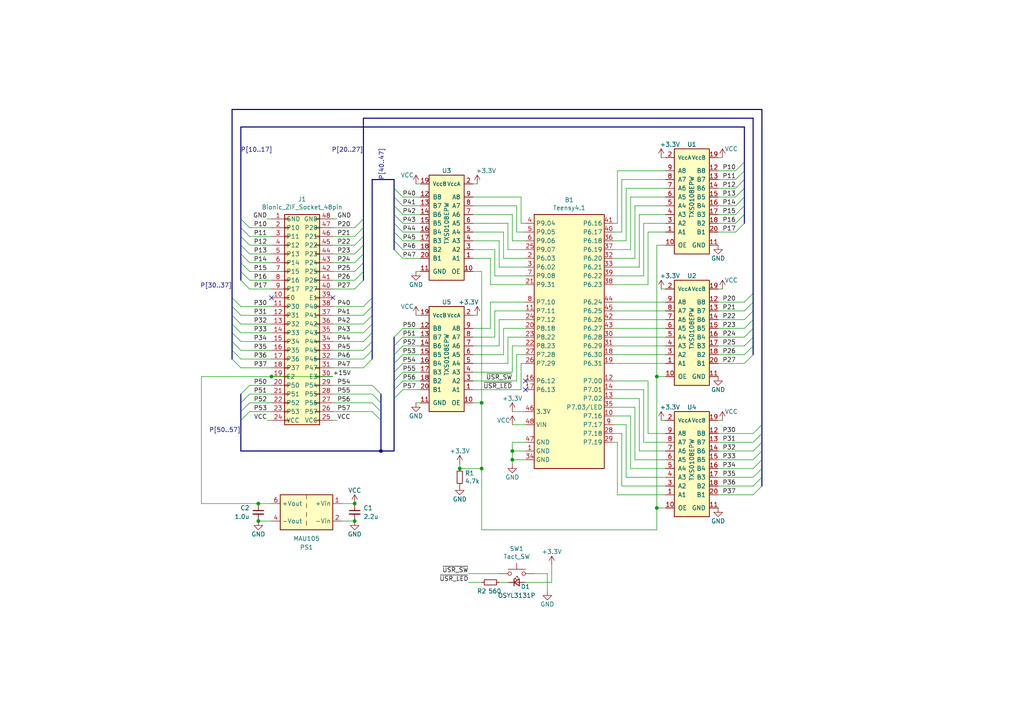
<source format=kicad_sch>
(kicad_sch (version 20230121) (generator eeschema)
  (paper "A4")
  (title_block (title "BionicBase Teensy 4.1") (date "2023-11-26") (rev "5") (company "Tadashi G. Takaoka"))
  (lib_symbols
    (symbol "+3.3V_1" (power) (pin_names (offset 0))
      (property "Value" "+3.3V_1" (at 0 3.556 0))
      (symbol "+3.3V_1_0_1"
        (polyline (pts (xy -0.762 1.27) (xy 0 2.54)))
        (polyline (pts (xy 0 0) (xy 0 2.54)))
        (polyline (pts (xy 0 2.54) (xy 0.762 1.27)))
      )
      (symbol "+3.3V_1_1_1"
        (pin power_in line (at 0 0 90) (length 0) hide (name "+3.3V") (number "1"))
      )
    )
    (symbol "0-LocalLibrary:Bionic_ZIF_Socket_48pin"
      (property "Reference" "J" (at 3.81 30.48 0))
      (property "Value" "Bionic_ZIF_Socket_48pin" (at 3.81 -33.02 0))
      (symbol "Bionic_ZIF_Socket_48pin_1_1"
        (rectangle (start -1.27 -30.353) (end 0 -30.607) (stroke (width 0.1524)))
        (rectangle (start -1.27 -27.813) (end 0 -28.067) (stroke (width 0.1524)))
        (rectangle (start -1.27 -25.273) (end 0 -25.527) (stroke (width 0.1524)))
        (rectangle (start -1.27 -22.733) (end 0 -22.987) (stroke (width 0.1524)))
        (rectangle (start -1.27 -20.193) (end 0 -20.447) (stroke (width 0.1524)))
        (rectangle (start -1.27 -17.653) (end 0 -17.907) (stroke (width 0.1524)))
        (rectangle (start -1.27 -15.113) (end 0 -15.367) (stroke (width 0.1524)))
        (rectangle (start -1.27 -12.573) (end 0 -12.827) (stroke (width 0.1524)))
        (rectangle (start -1.27 -10.033) (end 0 -10.287) (stroke (width 0.1524)))
        (rectangle (start -1.27 -7.493) (end 0 -7.747) (stroke (width 0.1524)))
        (rectangle (start -1.27 -4.953) (end 0 -5.207) (stroke (width 0.1524)))
        (rectangle (start -1.27 -2.413) (end 0 -2.667) (stroke (width 0.1524)))
        (rectangle (start -1.27 0.127) (end 0 -0.127) (stroke (width 0.1524)))
        (rectangle (start -1.27 2.667) (end 0 2.413) (stroke (width 0.1524)))
        (rectangle (start -1.27 5.207) (end 0 4.953) (stroke (width 0.1524)))
        (rectangle (start -1.27 7.747) (end 0 7.493) (stroke (width 0.1524)))
        (rectangle (start -1.27 10.287) (end 0 10.033) (stroke (width 0.1524)))
        (rectangle (start -1.27 12.827) (end 0 12.573) (stroke (width 0.1524)))
        (rectangle (start -1.27 15.367) (end 0 15.113) (stroke (width 0.1524)))
        (rectangle (start -1.27 17.907) (end 0 17.653) (stroke (width 0.1524)))
        (rectangle (start -1.27 20.447) (end 0 20.193) (stroke (width 0.1524)))
        (rectangle (start -1.27 22.987) (end 0 22.733) (stroke (width 0.1524)))
        (rectangle (start -1.27 25.527) (end 0 25.273) (stroke (width 0.1524)))
        (rectangle (start -1.27 28.067) (end 0 27.813) (stroke (width 0.1524)))
        (rectangle (start -1.27 29.21) (end 8.89 -31.75) (stroke (width 0.254)) (fill (type background)))
        (rectangle (start 8.89 -30.353) (end 7.62 -30.607) (stroke (width 0.1524)))
        (rectangle (start 8.89 -27.813) (end 7.62 -28.067) (stroke (width 0.1524)))
        (rectangle (start 8.89 -25.273) (end 7.62 -25.527) (stroke (width 0.1524)))
        (rectangle (start 8.89 -22.733) (end 7.62 -22.987) (stroke (width 0.1524)))
        (rectangle (start 8.89 -20.193) (end 7.62 -20.447) (stroke (width 0.1524)))
        (rectangle (start 8.89 -17.653) (end 7.62 -17.907) (stroke (width 0.1524)))
        (rectangle (start 8.89 -15.113) (end 7.62 -15.367) (stroke (width 0.1524)))
        (rectangle (start 8.89 -12.573) (end 7.62 -12.827) (stroke (width 0.1524)))
        (rectangle (start 8.89 -10.033) (end 7.62 -10.287) (stroke (width 0.1524)))
        (rectangle (start 8.89 -7.493) (end 7.62 -7.747) (stroke (width 0.1524)))
        (rectangle (start 8.89 -4.953) (end 7.62 -5.207) (stroke (width 0.1524)))
        (rectangle (start 8.89 -2.413) (end 7.62 -2.667) (stroke (width 0.1524)))
        (rectangle (start 8.89 0.127) (end 7.62 -0.127) (stroke (width 0.1524)))
        (rectangle (start 8.89 2.667) (end 7.62 2.413) (stroke (width 0.1524)))
        (rectangle (start 8.89 5.207) (end 7.62 4.953) (stroke (width 0.1524)))
        (rectangle (start 8.89 7.747) (end 7.62 7.493) (stroke (width 0.1524)))
        (rectangle (start 8.89 10.287) (end 7.62 10.033) (stroke (width 0.1524)))
        (rectangle (start 8.89 12.827) (end 7.62 12.573) (stroke (width 0.1524)))
        (rectangle (start 8.89 15.367) (end 7.62 15.113) (stroke (width 0.1524)))
        (rectangle (start 8.89 17.907) (end 7.62 17.653) (stroke (width 0.1524)))
        (rectangle (start 8.89 20.447) (end 7.62 20.193) (stroke (width 0.1524)))
        (rectangle (start 8.89 22.987) (end 7.62 22.733) (stroke (width 0.1524)))
        (rectangle (start 8.89 25.527) (end 7.62 25.273) (stroke (width 0.1524)))
        (rectangle (start 8.89 28.067) (end 7.62 27.813) (stroke (width 0.1524)))
        (pin passive line (at -5.08 27.94 0) (length 3.81) (name "GND") (number "1"))
        (pin passive line (at -5.08 5.08 0) (length 3.81) (name "E0") (number "10"))
        (pin passive line (at -5.08 2.54 0) (length 3.81) (name "P30") (number "11"))
        (pin passive line (at -5.08 0 0) (length 3.81) (name "P31") (number "12"))
        (pin passive line (at -5.08 -2.54 0) (length 3.81) (name "P32") (number "13"))
        (pin passive line (at -5.08 -5.08 0) (length 3.81) (name "P33") (number "14"))
        (pin passive line (at -5.08 -7.62 0) (length 3.81) (name "P34") (number "15"))
        (pin passive line (at -5.08 -10.16 0) (length 3.81) (name "P35") (number "16"))
        (pin passive line (at -5.08 -12.7 0) (length 3.81) (name "P36") (number "17"))
        (pin passive line (at -5.08 -15.24 0) (length 3.81) (name "P37") (number "18"))
        (pin passive line (at -5.08 -17.78 0) (length 3.81) (name "E2") (number "19"))
        (pin passive line (at -5.08 25.4 0) (length 3.81) (name "P10") (number "2"))
        (pin passive line (at -5.08 -20.32 0) (length 3.81) (name "P50") (number "20"))
        (pin passive line (at -5.08 -22.86 0) (length 3.81) (name "P51") (number "21"))
        (pin passive line (at -5.08 -25.4 0) (length 3.81) (name "P52") (number "22"))
        (pin passive line (at -5.08 -27.94 0) (length 3.81) (name "P53") (number "23"))
        (pin passive line (at -5.08 -30.48 0) (length 3.81) (name "VCC") (number "24"))
        (pin passive line (at 12.7 -30.48 180) (length 3.81) (name "VCC") (number "25"))
        (pin passive line (at 12.7 -27.94 180) (length 3.81) (name "P57") (number "26"))
        (pin passive line (at 12.7 -25.4 180) (length 3.81) (name "P56") (number "27"))
        (pin passive line (at 12.7 -22.86 180) (length 3.81) (name "P55") (number "28"))
        (pin passive line (at 12.7 -20.32 180) (length 3.81) (name "P54") (number "29"))
        (pin passive line (at -5.08 22.86 0) (length 3.81) (name "P11") (number "3"))
        (pin passive line (at 12.7 -17.78 180) (length 3.81) (name "E3") (number "30"))
        (pin passive line (at 12.7 -15.24 180) (length 3.81) (name "P47") (number "31"))
        (pin passive line (at 12.7 -12.7 180) (length 3.81) (name "P46") (number "32"))
        (pin passive line (at 12.7 -10.16 180) (length 3.81) (name "P45") (number "33"))
        (pin passive line (at 12.7 -7.62 180) (length 3.81) (name "P44") (number "34"))
        (pin passive line (at 12.7 -5.08 180) (length 3.81) (name "P43") (number "35"))
        (pin passive line (at 12.7 -2.54 180) (length 3.81) (name "P42") (number "36"))
        (pin passive line (at 12.7 0 180) (length 3.81) (name "P41") (number "37"))
        (pin passive line (at 12.7 2.54 180) (length 3.81) (name "P40") (number "38"))
        (pin passive line (at 12.7 5.08 180) (length 3.81) (name "E1") (number "39"))
        (pin passive line (at -5.08 20.32 0) (length 3.81) (name "P12") (number "4"))
        (pin passive line (at 12.7 7.62 180) (length 3.81) (name "P27") (number "40"))
        (pin passive line (at 12.7 10.16 180) (length 3.81) (name "P26") (number "41"))
        (pin passive line (at 12.7 12.7 180) (length 3.81) (name "P25") (number "42"))
        (pin passive line (at 12.7 15.24 180) (length 3.81) (name "P24") (number "43"))
        (pin passive line (at 12.7 17.78 180) (length 3.81) (name "P23") (number "44"))
        (pin passive line (at 12.7 20.32 180) (length 3.81) (name "P22") (number "45"))
        (pin passive line (at 12.7 22.86 180) (length 3.81) (name "P21") (number "46"))
        (pin passive line (at 12.7 25.4 180) (length 3.81) (name "P20") (number "47"))
        (pin passive line (at 12.7 27.94 180) (length 3.81) (name "GND") (number "48"))
        (pin passive line (at -5.08 17.78 0) (length 3.81) (name "P13") (number "5"))
        (pin passive line (at -5.08 15.24 0) (length 3.81) (name "P14") (number "6"))
        (pin passive line (at -5.08 12.7 0) (length 3.81) (name "P15") (number "7"))
        (pin passive line (at -5.08 10.16 0) (length 3.81) (name "P16") (number "8"))
        (pin passive line (at -5.08 7.62 0) (length 3.81) (name "P17") (number "9"))
      )
    )
    (symbol "0-LocalLibrary:MAU105"
      (property "Reference" "PS" (at -7.62 6.35 0))
      (property "Value" "MAU105" (at 1.27 6.35 0))
      (symbol "MAU105_0_0"
        (pin power_in line (at -10.16 2.54 0) (length 2.54) (name "+Vin") (number "1"))
        (pin power_in line (at -10.16 -2.54 0) (length 2.54) (name "-Vin") (number "2"))
        (pin passive line (at 10.16 -2.54 180) (length 2.54) (name "-Vout") (number "4"))
        (pin power_out line (at 10.16 2.54 180) (length 2.54) (name "+Vout") (number "6"))
      )
      (symbol "MAU105_0_1"
        (rectangle (start -7.62 5.08) (end 7.62 -5.08) (stroke (width 0.254)) (fill (type background)))
        (polyline (pts (xy 0 -2.54) (xy 0 -3.81)))
        (polyline (pts (xy 0 0) (xy 0 -1.27)))
        (polyline (pts (xy 0 2.54) (xy 0 1.27)))
        (polyline (pts (xy 0 5.08) (xy 0 3.81)))
      )
    )
    (symbol "0-LocalLibrary:TXS0108EPW" (pin_names (offset 1.016))
      (property "Reference" "U" (at 0 15.24 0))
      (property "Value" "TXS0108EPW" (at 0 0 90))
      (symbol "TXS0108EPW_1_0"
        (pin bidirectional line (at -7.62 -10.16 0) (length 2.54) (name "A1") (number "1"))
        (pin input line (at -7.62 -13.97 0) (length 2.54) (name "OE") (number "10"))
        (pin power_in line (at 7.62 -13.97 180) (length 2.54) (name "GND") (number "11"))
        (pin bidirectional line (at 7.62 7.62 180) (length 2.54) (name "B8") (number "12"))
        (pin bidirectional line (at 7.62 5.08 180) (length 2.54) (name "B7") (number "13"))
        (pin bidirectional line (at 7.62 2.54 180) (length 2.54) (name "B6") (number "14"))
        (pin bidirectional line (at 7.62 0 180) (length 2.54) (name "B5") (number "15"))
        (pin bidirectional line (at 7.62 -2.54 180) (length 2.54) (name "B4") (number "16"))
        (pin bidirectional line (at 7.62 -5.08 180) (length 2.54) (name "B3") (number "17"))
        (pin bidirectional line (at 7.62 -7.62 180) (length 2.54) (name "B2") (number "18"))
        (pin power_in line (at 7.62 11.43 180) (length 2.54) (name "VccB") (number "19"))
        (pin bidirectional line (at 7.62 -10.16 180) (length 2.54) (name "B1") (number "20"))
        (pin bidirectional line (at -7.62 -7.62 0) (length 2.54) (name "A2") (number "3"))
        (pin bidirectional line (at -7.62 -5.08 0) (length 2.54) (name "A3") (number "4"))
        (pin bidirectional line (at -7.62 -2.54 0) (length 2.54) (name "A4") (number "5"))
        (pin bidirectional line (at -7.62 0 0) (length 2.54) (name "A5") (number "6"))
        (pin bidirectional line (at -7.62 2.54 0) (length 2.54) (name "A6") (number "7"))
        (pin bidirectional line (at -7.62 5.08 0) (length 2.54) (name "A7") (number "8"))
        (pin bidirectional line (at -7.62 7.62 0) (length 2.54) (name "A8") (number "9"))
      )
      (symbol "TXS0108EPW_1_1"
        (rectangle (start 5.08 13.97) (end -5.08 -16.51) (stroke (width 0.254)) (fill (type background)))
        (pin power_in line (at -7.62 11.43 0) (length 2.54) (name "VccA") (number "2"))
      )
    )
    (symbol "0-LocalLibrary:Tact_SW" (pin_numbers hide) (pin_names (offset 1.016) hide)
      (property "Reference" "SW" (at 1.27 2.54 0))
      (property "Value" "Tact_SW" (at 0 -1.524 0))
      (symbol "Tact_SW_0_1"
        (circle (center -2.032 0) (radius 0.508))
        (polyline (pts (xy 0 1.27) (xy 0 3.048)))
        (polyline (pts (xy 2.54 1.27) (xy -2.54 1.27)))
        (circle (center 2.032 0) (radius 0.508))
        (pin passive line (at -5.08 0 0) (length 2.54) (name "1") (number "1"))
        (pin passive line (at 5.08 0 180) (length 2.54) (name "2") (number "2"))
      )
    )
    (symbol "0-LocalLibrary:Teensy4.1"
      (property "Reference" "B" (at -1.27 30.48 0))
      (property "Value" "Teensy4.1" (at -1.27 -8.89 90))
      (symbol "Teensy4.1_0_0"
        (pin bidirectional line (at -12.7 20.32 0) (length 2.54) (name "P9.07") (number "25"))
        (pin power_in line (at -12.7 -35.56 0) (length 2.54) (name "GND") (number "47"))
      )
      (symbol "Teensy4.1_0_1"
        (rectangle (start -10.16 -43.18) (end 10.16 30.48) (stroke (width 0.254)) (fill (type background)))
      )
      (symbol "Teensy4.1_1_1"
        (pin power_out line (at -12.7 -38.1 0) (length 2.54) (name "GND") (number "1"))
        (pin bidirectional line (at 12.7 -27.94 180) (length 2.54) (name "P7.16") (number "10"))
        (pin bidirectional line (at -12.7 2.54 0) (length 2.54) (name "P7.11") (number "11"))
        (pin bidirectional line (at 12.7 -17.78 180) (length 2.54) (name "P7.00") (number "12"))
        (pin bidirectional line (at 12.7 -22.86 180) (length 2.54) (name "P7.02") (number "13"))
        (pin bidirectional line (at 12.7 -20.32 180) (length 2.54) (name "P7.01") (number "14"))
        (pin power_out line (at -12.7 -26.67 0) (length 2.54) hide (name "3.3V") (number "15"))
        (pin bidirectional line (at -12.7 -17.78 0) (length 2.54) (name "P6.12") (number "16"))
        (pin bidirectional line (at -12.7 -20.32 0) (length 2.54) (name "P6.13") (number "17"))
        (pin bidirectional line (at 12.7 -10.16 180) (length 2.54) (name "P6.30") (number "18"))
        (pin bidirectional line (at 12.7 -12.7 180) (length 2.54) (name "P6.31") (number "19"))
        (pin bidirectional line (at -12.7 17.78 0) (length 2.54) (name "P6.03") (number "2"))
        (pin bidirectional line (at -12.7 -2.54 0) (length 2.54) (name "P8.18") (number "20"))
        (pin bidirectional line (at -12.7 10.16 0) (length 2.54) (name "P9.31") (number "21"))
        (pin bidirectional line (at -12.7 -7.62 0) (length 2.54) (name "P8.23") (number "22"))
        (pin bidirectional line (at -12.7 -5.08 0) (length 2.54) (name "P8.22") (number "23"))
        (pin bidirectional line (at -12.7 0 0) (length 2.54) (name "P7.12") (number "24"))
        (pin bidirectional line (at -12.7 -12.7 0) (length 2.54) (name "P7.29") (number "26"))
        (pin bidirectional line (at -12.7 -10.16 0) (length 2.54) (name "P7.28") (number "27"))
        (pin bidirectional line (at 12.7 -33.02 180) (length 2.54) (name "P7.18") (number "28"))
        (pin bidirectional line (at 12.7 -35.56 180) (length 2.54) (name "P7.19") (number "29"))
        (pin bidirectional line (at -12.7 15.24 0) (length 2.54) (name "P6.02") (number "3"))
        (pin bidirectional line (at 12.7 -5.08 180) (length 2.54) (name "P6.28") (number "30"))
        (pin bidirectional line (at 12.7 -7.62 180) (length 2.54) (name "P6.29") (number "31"))
        (pin bidirectional line (at 12.7 17.78 180) (length 2.54) (name "P6.20") (number "32"))
        (pin bidirectional line (at 12.7 15.24 180) (length 2.54) (name "P6.21") (number "33"))
        (pin power_in line (at -12.7 -40.64 0) (length 2.54) (name "GND") (number "34"))
        (pin bidirectional line (at 12.7 -25.4 180) (length 2.54) (name "P7.03/LED") (number "35"))
        (pin bidirectional line (at 12.7 22.86 180) (length 2.54) (name "P6.18") (number "36"))
        (pin bidirectional line (at 12.7 20.32 180) (length 2.54) (name "P6.19") (number "37"))
        (pin bidirectional line (at 12.7 10.16 180) (length 2.54) (name "P6.23") (number "38"))
        (pin bidirectional line (at 12.7 12.7 180) (length 2.54) (name "P6.22") (number "39"))
        (pin bidirectional line (at -12.7 27.94 0) (length 2.54) (name "P9.04") (number "4"))
        (pin bidirectional line (at 12.7 25.4 180) (length 2.54) (name "P6.17") (number "40"))
        (pin bidirectional line (at 12.7 27.94 180) (length 2.54) (name "P6.16") (number "41"))
        (pin bidirectional line (at 12.7 0 180) (length 2.54) (name "P6.26") (number "42"))
        (pin bidirectional line (at 12.7 -2.54 180) (length 2.54) (name "P6.27") (number "43"))
        (pin bidirectional line (at 12.7 5.08 180) (length 2.54) (name "P6.24") (number "44"))
        (pin bidirectional line (at 12.7 2.54 180) (length 2.54) (name "P6.25") (number "45"))
        (pin power_in line (at -12.7 -26.67 0) (length 2.54) (name "3.3V") (number "46"))
        (pin power_out line (at -12.7 -30.48 0) (length 2.54) (name "VIN") (number "48"))
        (pin bidirectional line (at -12.7 25.4 0) (length 2.54) (name "P9.05") (number "5"))
        (pin bidirectional line (at -12.7 22.86 0) (length 2.54) (name "P9.06") (number "6"))
        (pin bidirectional line (at -12.7 12.7 0) (length 2.54) (name "P9.08") (number "7"))
        (pin bidirectional line (at -12.7 5.08 0) (length 2.54) (name "P7.10") (number "8"))
        (pin bidirectional line (at 12.7 -30.48 180) (length 2.54) (name "P7.17") (number "9"))
      )
    )
    (symbol "Device:C_Small" (pin_numbers hide) (pin_names (offset 0.254) hide)
      (property "Reference" "C" (at 0.254 1.778 0))
      (property "Value" "C_Small" (at 0.254 -2.032 0))
      (symbol "C_Small_0_1"
        (polyline (pts (xy -1.524 -0.508) (xy 1.524 -0.508)) (stroke (width 0.3302)))
        (polyline (pts (xy -1.524 0.508) (xy 1.524 0.508)) (stroke (width 0.3048)))
      )
      (symbol "C_Small_1_1"
        (pin passive line (at 0 2.54 270) (length 2.032) (name "~") (number "1"))
        (pin passive line (at 0 -2.54 90) (length 2.032) (name "~") (number "2"))
      )
    )
    (symbol "Device:LED_Small" (pin_numbers hide) (pin_names (offset 0.254) hide)
      (property "Reference" "D" (at -1.27 3.175 0))
      (property "Value" "LED_Small" (at -4.445 -2.54 0))
      (symbol "LED_Small_0_1"
        (polyline (pts (xy -0.762 -1.016) (xy -0.762 1.016)) (stroke (width 0.254)))
        (polyline (pts (xy 1.016 0) (xy -0.762 0)))
        (polyline (pts (xy 0.762 -1.016) (xy -0.762 0) (xy 0.762 1.016) (xy 0.762 -1.016)) (stroke (width 0.254)))
        (polyline (pts (xy 0 0.762) (xy -0.508 1.27) (xy -0.254 1.27) (xy -0.508 1.27) (xy -0.508 1.016)))
        (polyline (pts (xy 0.508 1.27) (xy 0 1.778) (xy 0.254 1.778) (xy 0 1.778) (xy 0 1.524)))
      )
      (symbol "LED_Small_1_1"
        (pin passive line (at -2.54 0 0) (length 1.778) (name "K") (number "1"))
        (pin passive line (at 2.54 0 180) (length 1.778) (name "A") (number "2"))
      )
    )
    (symbol "Device:R_Small" (pin_numbers hide) (pin_names (offset 0.254) hide)
      (property "Reference" "R" (at 0.762 0.508 0))
      (property "Value" "R_Small" (at 0.762 -1.016 0))
      (symbol "R_Small_0_1"
        (rectangle (start -0.762 1.778) (end 0.762 -1.778) (stroke (width 0.2032)))
      )
      (symbol "R_Small_1_1"
        (pin passive line (at 0 2.54 270) (length 0.762) (name "~") (number "1"))
        (pin passive line (at 0 -2.54 90) (length 0.762) (name "~") (number "2"))
      )
    )
    (symbol "GND_1" (power) (pin_names (offset 0))
      (property "Value" "GND_1" (at 0 -3.81 0))
      (symbol "GND_1_0_1"
        (polyline (pts (xy 0 0) (xy 0 -1.27) (xy 1.27 -1.27) (xy 0 -2.54) (xy -1.27 -1.27) (xy 0 -1.27)))
      )
      (symbol "GND_1_1_1"
        (pin power_in line (at 0 0 270) (length 0) hide (name "GND") (number "1"))
      )
    )
    (symbol "VCC_1" (power) (pin_names (offset 0))
      (property "Value" "VCC_1" (at 0 3.81 0))
      (symbol "VCC_1_0_1"
        (polyline (pts (xy -0.762 1.27) (xy 0 2.54)))
        (polyline (pts (xy 0 0) (xy 0 2.54)))
        (polyline (pts (xy 0 2.54) (xy 0.762 1.27)))
      )
      (symbol "VCC_1_1_1"
        (pin power_in line (at 0 0 90) (length 0) hide (name "VCC") (number "1"))
      )
    )
  )
  (junction (at 139.7 135.89))
  (junction (at 139.7 116.84))
  (junction (at 74.93 146.05))
  (junction (at 78.74 109.22))
  (junction (at 102.87 151.13))
  (junction (at 133.35 135.89))
  (junction (at 148.59 133.35))
  (junction (at 102.87 146.05))
  (junction (at 148.59 130.81))
  (junction (at 190.5 109.22))
  (junction (at 110.49 130.81))
  (junction (at 74.93 151.13))
  (junction (at 190.5 147.32))
  (no_connect (at 96.52 86.36))
  (no_connect (at 78.74 86.36))
  (no_connect (at 152.4 110.49))
  (no_connect (at 152.4 113.03))
  (bus_entry (at 105.41 78.74) (size -2.54 2.54))
  (bus_entry (at 215.9 57.15) (size -2.54 2.54))
  (bus_entry (at 107.95 104.14) (size -2.54 2.54))
  (bus_entry (at 114.3 54.61) (size 2.54 2.54))
  (bus_entry (at 69.85 68.58) (size 2.54 2.54))
  (bus_entry (at 220.98 140.97) (size -2.54 2.54))
  (bus_entry (at 114.3 62.23) (size 2.54 2.54))
  (bus_entry (at 218.44 92.71) (size -2.54 2.54))
  (bus_entry (at 69.85 76.2) (size 2.54 2.54))
  (bus_entry (at 215.9 59.69) (size -2.54 2.54))
  (bus_entry (at 110.49 114.3) (size -2.54 -2.54))
  (bus_entry (at 105.41 76.2) (size -2.54 2.54))
  (bus_entry (at 67.31 96.52) (size 2.54 2.54))
  (bus_entry (at 107.95 86.36) (size -2.54 2.54))
  (bus_entry (at 215.9 54.61) (size -2.54 2.54))
  (bus_entry (at 67.31 93.98) (size 2.54 2.54))
  (bus_entry (at 114.3 57.15) (size 2.54 2.54))
  (bus_entry (at 107.95 101.6) (size -2.54 2.54))
  (bus_entry (at 69.85 121.92) (size 2.54 -2.54))
  (bus_entry (at 218.44 95.25) (size -2.54 2.54))
  (bus_entry (at 67.31 99.06) (size 2.54 2.54))
  (bus_entry (at 69.85 66.04) (size 2.54 2.54))
  (bus_entry (at 110.49 121.92) (size -2.54 -2.54))
  (bus_entry (at 215.9 52.07) (size -2.54 2.54))
  (bus_entry (at 220.98 125.73) (size -2.54 2.54))
  (bus_entry (at 110.49 119.38) (size -2.54 -2.54))
  (bus_entry (at 69.85 116.84) (size 2.54 -2.54))
  (bus_entry (at 67.31 86.36) (size 2.54 2.54))
  (bus_entry (at 105.41 66.04) (size -2.54 2.54))
  (bus_entry (at 105.41 68.58) (size -2.54 2.54))
  (bus_entry (at 114.3 100.33) (size 2.54 -2.54))
  (bus_entry (at 215.9 46.99) (size -2.54 2.54))
  (bus_entry (at 69.85 78.74) (size 2.54 2.54))
  (bus_entry (at 220.98 138.43) (size -2.54 2.54))
  (bus_entry (at 69.85 63.5) (size 2.54 2.54))
  (bus_entry (at 114.3 107.95) (size 2.54 -2.54))
  (bus_entry (at 107.95 88.9) (size -2.54 2.54))
  (bus_entry (at 218.44 90.17) (size -2.54 2.54))
  (bus_entry (at 67.31 104.14) (size 2.54 2.54))
  (bus_entry (at 220.98 135.89) (size -2.54 2.54))
  (bus_entry (at 67.31 88.9) (size 2.54 2.54))
  (bus_entry (at 114.3 97.79) (size 2.54 -2.54))
  (bus_entry (at 107.95 99.06) (size -2.54 2.54))
  (bus_entry (at 220.98 133.35) (size -2.54 2.54))
  (bus_entry (at 114.3 72.39) (size 2.54 2.54))
  (bus_entry (at 69.85 114.3) (size 2.54 -2.54))
  (bus_entry (at 69.85 119.38) (size 2.54 -2.54))
  (bus_entry (at 114.3 59.69) (size 2.54 2.54))
  (bus_entry (at 220.98 128.27) (size -2.54 2.54))
  (bus_entry (at 215.9 49.53) (size -2.54 2.54))
  (bus_entry (at 218.44 102.87) (size -2.54 2.54))
  (bus_entry (at 220.98 123.19) (size -2.54 2.54))
  (bus_entry (at 114.3 113.03) (size 2.54 -2.54))
  (bus_entry (at 110.49 116.84) (size -2.54 -2.54))
  (bus_entry (at 107.95 96.52) (size -2.54 2.54))
  (bus_entry (at 105.41 73.66) (size -2.54 2.54))
  (bus_entry (at 218.44 100.33) (size -2.54 2.54))
  (bus_entry (at 114.3 115.57) (size 2.54 -2.54))
  (bus_entry (at 114.3 102.87) (size 2.54 -2.54))
  (bus_entry (at 114.3 64.77) (size 2.54 2.54))
  (bus_entry (at 114.3 105.41) (size 2.54 -2.54))
  (bus_entry (at 105.41 81.28) (size -2.54 2.54))
  (bus_entry (at 105.41 71.12) (size -2.54 2.54))
  (bus_entry (at 114.3 69.85) (size 2.54 2.54))
  (bus_entry (at 69.85 71.12) (size 2.54 2.54))
  (bus_entry (at 105.41 63.5) (size -2.54 2.54))
  (bus_entry (at 215.9 62.23) (size -2.54 2.54))
  (bus_entry (at 107.95 91.44) (size -2.54 2.54))
  (bus_entry (at 218.44 97.79) (size -2.54 2.54))
  (bus_entry (at 69.85 81.28) (size 2.54 2.54))
  (bus_entry (at 218.44 87.63) (size -2.54 2.54))
  (bus_entry (at 218.44 85.09) (size -2.54 2.54))
  (bus_entry (at 67.31 91.44) (size 2.54 2.54))
  (bus_entry (at 215.9 64.77) (size -2.54 2.54))
  (bus_entry (at 107.95 93.98) (size -2.54 2.54))
  (bus_entry (at 114.3 110.49) (size 2.54 -2.54))
  (bus_entry (at 67.31 101.6) (size 2.54 2.54))
  (bus_entry (at 69.85 73.66) (size 2.54 2.54))
  (bus_entry (at 220.98 130.81) (size -2.54 2.54))
  (bus_entry (at 114.3 67.31) (size 2.54 2.54))
  (wire (pts (xy 181.61 54.61) (xy 193.04 54.61)))
  (wire (pts (xy 96.52 104.14) (xy 105.41 104.14)))
  (wire (pts (xy 121.92 57.15) (xy 116.84 57.15)))
  (wire (pts (xy 133.35 135.89) (xy 139.7 135.89)))
  (wire (pts (xy 182.88 57.15) (xy 193.04 57.15)))
  (wire (pts (xy 96.52 68.58) (xy 102.87 68.58)))
  (bus (pts (xy 215.9 46.99) (xy 215.9 49.53)))
  (bus (pts (xy 69.85 116.84) (xy 69.85 119.38)))
  (wire (pts (xy 208.28 130.81) (xy 218.44 130.81)))
  (wire (pts (xy 152.4 128.27) (xy 148.59 128.27)))
  (bus (pts (xy 67.31 31.75) (xy 220.98 31.75)))
  (wire (pts (xy 184.15 59.69) (xy 184.15 74.93)))
  (wire (pts (xy 78.74 81.28) (xy 72.39 81.28)))
  (wire (pts (xy 158.75 166.37) (xy 158.75 171.45)))
  (wire (pts (xy 96.52 63.5) (xy 97.79 63.5)))
  (bus (pts (xy 67.31 88.9) (xy 67.31 91.44)))
  (wire (pts (xy 181.61 69.85) (xy 181.61 54.61)))
  (wire (pts (xy 121.92 91.44) (xy 120.65 91.44)))
  (wire (pts (xy 121.92 110.49) (xy 116.84 110.49)))
  (wire (pts (xy 177.8 80.01) (xy 186.69 80.01)))
  (wire (pts (xy 121.92 113.03) (xy 116.84 113.03)))
  (wire (pts (xy 148.59 69.85) (xy 148.59 62.23)))
  (bus (pts (xy 67.31 99.06) (xy 67.31 101.6)))
  (wire (pts (xy 78.74 93.98) (xy 69.85 93.98)))
  (wire (pts (xy 177.8 67.31) (xy 180.34 67.31)))
  (wire (pts (xy 72.39 78.74) (xy 78.74 78.74)))
  (wire (pts (xy 193.04 52.07) (xy 180.34 52.07)))
  (wire (pts (xy 137.16 97.79) (xy 143.51 97.79)))
  (bus (pts (xy 107.95 101.6) (xy 107.95 104.14)))
  (wire (pts (xy 149.86 110.49) (xy 149.86 102.87)))
  (wire (pts (xy 213.36 64.77) (xy 208.28 64.77)))
  (bus (pts (xy 220.98 133.35) (xy 220.98 135.89)))
  (wire (pts (xy 177.8 118.11) (xy 184.15 118.11)))
  (wire (pts (xy 96.52 88.9) (xy 105.41 88.9)))
  (wire (pts (xy 208.28 100.33) (xy 215.9 100.33)))
  (bus (pts (xy 114.3 115.57) (xy 114.3 130.81)))
  (bus (pts (xy 69.85 36.83) (xy 69.85 63.5)))
  (wire (pts (xy 177.8 64.77) (xy 179.07 64.77)))
  (bus (pts (xy 220.98 123.19) (xy 220.98 125.73)))
  (bus (pts (xy 107.95 88.9) (xy 107.95 91.44)))
  (wire (pts (xy 177.8 128.27) (xy 179.07 128.27)))
  (wire (pts (xy 213.36 57.15) (xy 208.28 57.15)))
  (wire (pts (xy 208.28 90.17) (xy 215.9 90.17)))
  (wire (pts (xy 151.13 113.03) (xy 137.16 113.03)))
  (bus (pts (xy 69.85 63.5) (xy 69.85 66.04)))
  (bus (pts (xy 218.44 97.79) (xy 218.44 100.33)))
  (wire (pts (xy 138.43 91.44) (xy 137.16 91.44)))
  (wire (pts (xy 139.7 78.74) (xy 139.7 116.84)))
  (wire (pts (xy 151.13 105.41) (xy 151.13 113.03)))
  (bus (pts (xy 69.85 76.2) (xy 69.85 78.74)))
  (wire (pts (xy 177.8 113.03) (xy 186.69 113.03)))
  (wire (pts (xy 78.74 63.5) (xy 77.47 63.5)))
  (wire (pts (xy 78.74 76.2) (xy 72.39 76.2)))
  (bus (pts (xy 69.85 66.04) (xy 69.85 68.58)))
  (wire (pts (xy 190.5 109.22) (xy 190.5 147.32)))
  (wire (pts (xy 208.28 97.79) (xy 215.9 97.79)))
  (wire (pts (xy 184.15 118.11) (xy 184.15 133.35)))
  (wire (pts (xy 142.24 82.55) (xy 142.24 74.93)))
  (wire (pts (xy 190.5 147.32) (xy 190.5 153.67)))
  (bus (pts (xy 114.3 62.23) (xy 114.3 64.77)))
  (wire (pts (xy 74.93 146.05) (xy 78.74 146.05)))
  (wire (pts (xy 177.8 97.79) (xy 193.04 97.79)))
  (wire (pts (xy 148.59 128.27) (xy 148.59 130.81)))
  (bus (pts (xy 69.85 78.74) (xy 69.85 81.28)))
  (bus (pts (xy 105.41 78.74) (xy 105.41 81.28)))
  (wire (pts (xy 142.24 95.25) (xy 137.16 95.25)))
  (wire (pts (xy 139.7 116.84) (xy 139.7 135.89)))
  (bus (pts (xy 105.41 76.2) (xy 105.41 78.74)))
  (wire (pts (xy 208.28 87.63) (xy 215.9 87.63)))
  (wire (pts (xy 185.42 77.47) (xy 185.42 62.23)))
  (wire (pts (xy 96.52 91.44) (xy 105.41 91.44)))
  (wire (pts (xy 152.4 77.47) (xy 144.78 77.47)))
  (bus (pts (xy 67.31 31.75) (xy 67.31 86.36)))
  (wire (pts (xy 149.86 59.69) (xy 149.86 67.31)))
  (wire (pts (xy 121.92 116.84) (xy 120.65 116.84)))
  (wire (pts (xy 146.05 102.87) (xy 146.05 95.25)))
  (bus (pts (xy 215.9 36.83) (xy 215.9 46.99)))
  (wire (pts (xy 102.87 78.74) (xy 96.52 78.74)))
  (wire (pts (xy 185.42 130.81) (xy 185.42 115.57)))
  (wire (pts (xy 78.74 106.68) (xy 69.85 106.68)))
  (wire (pts (xy 213.36 62.23) (xy 208.28 62.23)))
  (bus (pts (xy 110.49 121.92) (xy 110.49 130.81)))
  (bus (pts (xy 105.41 63.5) (xy 105.41 66.04)))
  (wire (pts (xy 186.69 128.27) (xy 193.04 128.27)))
  (bus (pts (xy 218.44 85.09) (xy 218.44 87.63)))
  (bus (pts (xy 220.98 138.43) (xy 220.98 140.97)))
  (wire (pts (xy 96.52 93.98) (xy 105.41 93.98)))
  (wire (pts (xy 137.16 78.74) (xy 139.7 78.74)))
  (wire (pts (xy 208.28 45.72) (xy 209.55 45.72)))
  (wire (pts (xy 121.92 95.25) (xy 116.84 95.25)))
  (wire (pts (xy 179.07 128.27) (xy 179.07 143.51)))
  (wire (pts (xy 193.04 140.97) (xy 180.34 140.97)))
  (wire (pts (xy 181.61 138.43) (xy 193.04 138.43)))
  (wire (pts (xy 152.4 130.81) (xy 148.59 130.81)))
  (wire (pts (xy 139.7 153.67) (xy 190.5 153.67)))
  (bus (pts (xy 110.49 119.38) (xy 110.49 121.92)))
  (wire (pts (xy 58.42 146.05) (xy 74.93 146.05)))
  (wire (pts (xy 78.74 119.38) (xy 72.39 119.38)))
  (wire (pts (xy 116.84 62.23) (xy 121.92 62.23)))
  (bus (pts (xy 114.3 69.85) (xy 114.3 72.39)))
  (bus (pts (xy 220.98 135.89) (xy 220.98 138.43)))
  (wire (pts (xy 107.95 111.76) (xy 96.52 111.76)))
  (wire (pts (xy 107.95 119.38) (xy 96.52 119.38)))
  (bus (pts (xy 105.41 73.66) (xy 105.41 76.2)))
  (bus (pts (xy 110.49 116.84) (xy 110.49 119.38)))
  (bus (pts (xy 215.9 59.69) (xy 215.9 62.23)))
  (wire (pts (xy 187.96 82.55) (xy 187.96 67.31)))
  (wire (pts (xy 142.24 87.63) (xy 142.24 95.25)))
  (wire (pts (xy 187.96 110.49) (xy 187.96 125.73)))
  (wire (pts (xy 137.16 110.49) (xy 149.86 110.49)))
  (bus (pts (xy 114.3 107.95) (xy 114.3 110.49)))
  (bus (pts (xy 69.85 68.58) (xy 69.85 71.12)))
  (wire (pts (xy 151.13 64.77) (xy 151.13 57.15)))
  (bus (pts (xy 218.44 100.33) (xy 218.44 102.87)))
  (wire (pts (xy 78.74 71.12) (xy 72.39 71.12)))
  (wire (pts (xy 180.34 140.97) (xy 180.34 125.73)))
  (wire (pts (xy 133.35 134.62) (xy 133.35 135.89)))
  (bus (pts (xy 107.95 93.98) (xy 107.95 96.52)))
  (wire (pts (xy 144.78 69.85) (xy 137.16 69.85)))
  (wire (pts (xy 152.4 90.17) (xy 143.51 90.17)))
  (bus (pts (xy 114.3 52.07) (xy 114.3 54.61)))
  (bus (pts (xy 114.3 105.41) (xy 114.3 107.95)))
  (wire (pts (xy 177.8 100.33) (xy 193.04 100.33)))
  (wire (pts (xy 177.8 125.73) (xy 180.34 125.73)))
  (wire (pts (xy 190.5 71.12) (xy 190.5 109.22)))
  (bus (pts (xy 105.41 66.04) (xy 105.41 68.58)))
  (wire (pts (xy 193.04 135.89) (xy 182.88 135.89)))
  (wire (pts (xy 152.4 168.91) (xy 160.02 168.91)))
  (wire (pts (xy 208.28 49.53) (xy 213.36 49.53)))
  (wire (pts (xy 208.28 135.89) (xy 218.44 135.89)))
  (wire (pts (xy 138.43 53.34) (xy 137.16 53.34)))
  (wire (pts (xy 177.8 87.63) (xy 193.04 87.63)))
  (wire (pts (xy 74.93 151.13) (xy 78.74 151.13)))
  (wire (pts (xy 142.24 74.93) (xy 137.16 74.93)))
  (wire (pts (xy 96.52 121.92) (xy 97.79 121.92)))
  (wire (pts (xy 144.78 92.71) (xy 144.78 100.33)))
  (bus (pts (xy 215.9 57.15) (xy 215.9 59.69)))
  (wire (pts (xy 144.78 100.33) (xy 137.16 100.33)))
  (bus (pts (xy 67.31 93.98) (xy 67.31 96.52)))
  (wire (pts (xy 152.4 97.79) (xy 147.32 97.79)))
  (bus (pts (xy 114.3 59.69) (xy 114.3 62.23)))
  (wire (pts (xy 208.28 140.97) (xy 218.44 140.97)))
  (bus (pts (xy 114.3 64.77) (xy 114.3 67.31)))
  (wire (pts (xy 116.84 72.39) (xy 121.92 72.39)))
  (wire (pts (xy 193.04 130.81) (xy 185.42 130.81)))
  (bus (pts (xy 215.9 54.61) (xy 215.9 57.15)))
  (bus (pts (xy 114.3 97.79) (xy 114.3 100.33)))
  (wire (pts (xy 152.4 67.31) (xy 149.86 67.31)))
  (wire (pts (xy 208.28 143.51) (xy 218.44 143.51)))
  (wire (pts (xy 143.51 72.39) (xy 143.51 80.01)))
  (wire (pts (xy 147.32 72.39) (xy 147.32 64.77)))
  (wire (pts (xy 78.74 66.04) (xy 72.39 66.04)))
  (bus (pts (xy 114.3 67.31) (xy 114.3 69.85)))
  (wire (pts (xy 137.16 67.31) (xy 146.05 67.31)))
  (wire (pts (xy 208.28 121.92) (xy 209.55 121.92)))
  (wire (pts (xy 152.4 74.93) (xy 146.05 74.93)))
  (wire (pts (xy 184.15 133.35) (xy 193.04 133.35)))
  (bus (pts (xy 218.44 34.29) (xy 218.44 85.09)))
  (wire (pts (xy 144.78 168.91) (xy 147.32 168.91)))
  (bus (pts (xy 220.98 31.75) (xy 220.98 123.19)))
  (wire (pts (xy 186.69 113.03) (xy 186.69 128.27)))
  (wire (pts (xy 208.28 92.71) (xy 215.9 92.71)))
  (wire (pts (xy 78.74 109.22) (xy 58.42 109.22)))
  (wire (pts (xy 96.52 99.06) (xy 105.41 99.06)))
  (wire (pts (xy 148.59 133.35) (xy 148.59 134.62)))
  (wire (pts (xy 116.84 69.85) (xy 121.92 69.85)))
  (wire (pts (xy 78.74 109.22) (xy 96.52 109.22)))
  (bus (pts (xy 114.3 100.33) (xy 114.3 102.87)))
  (wire (pts (xy 72.39 111.76) (xy 78.74 111.76)))
  (wire (pts (xy 107.95 114.3) (xy 96.52 114.3)))
  (wire (pts (xy 177.8 92.71) (xy 193.04 92.71)))
  (wire (pts (xy 137.16 59.69) (xy 149.86 59.69)))
  (wire (pts (xy 179.07 143.51) (xy 193.04 143.51)))
  (wire (pts (xy 177.8 115.57) (xy 185.42 115.57)))
  (wire (pts (xy 116.84 67.31) (xy 121.92 67.31)))
  (bus (pts (xy 105.41 34.29) (xy 105.41 63.5)))
  (wire (pts (xy 139.7 135.89) (xy 139.7 153.67)))
  (wire (pts (xy 148.59 119.38) (xy 152.4 119.38)))
  (wire (pts (xy 193.04 64.77) (xy 186.69 64.77)))
  (wire (pts (xy 147.32 97.79) (xy 147.32 105.41)))
  (bus (pts (xy 107.95 99.06) (xy 107.95 101.6)))
  (wire (pts (xy 121.92 105.41) (xy 116.84 105.41)))
  (wire (pts (xy 72.39 73.66) (xy 78.74 73.66)))
  (bus (pts (xy 114.3 57.15) (xy 114.3 59.69)))
  (bus (pts (xy 67.31 101.6) (xy 67.31 104.14)))
  (wire (pts (xy 208.28 133.35) (xy 218.44 133.35)))
  (wire (pts (xy 78.74 104.14) (xy 69.85 104.14)))
  (wire (pts (xy 177.8 72.39) (xy 182.88 72.39)))
  (wire (pts (xy 78.74 96.52) (xy 69.85 96.52)))
  (bus (pts (xy 67.31 96.52) (xy 67.31 99.06)))
  (wire (pts (xy 148.59 133.35) (xy 152.4 133.35)))
  (wire (pts (xy 177.8 82.55) (xy 187.96 82.55)))
  (wire (pts (xy 96.52 76.2) (xy 102.87 76.2)))
  (wire (pts (xy 121.92 78.74) (xy 120.65 78.74)))
  (wire (pts (xy 190.5 147.32) (xy 193.04 147.32)))
  (wire (pts (xy 78.74 99.06) (xy 69.85 99.06)))
  (wire (pts (xy 116.84 74.93) (xy 121.92 74.93)))
  (wire (pts (xy 99.06 146.05) (xy 102.87 146.05)))
  (wire (pts (xy 78.74 68.58) (xy 72.39 68.58)))
  (bus (pts (xy 114.3 102.87) (xy 114.3 105.41)))
  (wire (pts (xy 137.16 116.84) (xy 139.7 116.84)))
  (wire (pts (xy 77.47 121.92) (xy 78.74 121.92)))
  (wire (pts (xy 152.4 92.71) (xy 144.78 92.71)))
  (wire (pts (xy 191.77 121.92) (xy 193.04 121.92)))
  (wire (pts (xy 144.78 77.47) (xy 144.78 69.85)))
  (wire (pts (xy 152.4 72.39) (xy 147.32 72.39)))
  (wire (pts (xy 182.88 135.89) (xy 182.88 120.65)))
  (wire (pts (xy 213.36 54.61) (xy 208.28 54.61)))
  (wire (pts (xy 177.8 77.47) (xy 185.42 77.47)))
  (wire (pts (xy 147.32 64.77) (xy 137.16 64.77)))
  (wire (pts (xy 121.92 97.79) (xy 116.84 97.79)))
  (bus (pts (xy 114.3 130.81) (xy 110.49 130.81)))
  (bus (pts (xy 67.31 86.36) (xy 67.31 88.9)))
  (bus (pts (xy 215.9 62.23) (xy 215.9 64.77)))
  (wire (pts (xy 102.87 73.66) (xy 96.52 73.66)))
  (wire (pts (xy 213.36 52.07) (xy 208.28 52.07)))
  (wire (pts (xy 160.02 163.83) (xy 160.02 168.91)))
  (wire (pts (xy 179.07 64.77) (xy 179.07 49.53)))
  (wire (pts (xy 177.8 74.93) (xy 184.15 74.93)))
  (wire (pts (xy 190.5 71.12) (xy 193.04 71.12)))
  (wire (pts (xy 152.4 105.41) (xy 151.13 105.41)))
  (wire (pts (xy 191.77 83.82) (xy 193.04 83.82)))
  (wire (pts (xy 58.42 109.22) (xy 58.42 146.05)))
  (wire (pts (xy 187.96 125.73) (xy 193.04 125.73)))
  (wire (pts (xy 152.4 100.33) (xy 148.59 100.33)))
  (bus (pts (xy 215.9 36.83) (xy 69.85 36.83)))
  (wire (pts (xy 148.59 130.81) (xy 148.59 133.35)))
  (bus (pts (xy 107.95 52.07) (xy 107.95 86.36)))
  (wire (pts (xy 191.77 45.72) (xy 193.04 45.72)))
  (wire (pts (xy 208.28 83.82) (xy 209.55 83.82)))
  (wire (pts (xy 96.52 66.04) (xy 102.87 66.04)))
  (wire (pts (xy 147.32 105.41) (xy 137.16 105.41)))
  (wire (pts (xy 177.8 90.17) (xy 193.04 90.17)))
  (wire (pts (xy 177.8 69.85) (xy 181.61 69.85)))
  (wire (pts (xy 78.74 101.6) (xy 69.85 101.6)))
  (bus (pts (xy 218.44 34.29) (xy 105.41 34.29)))
  (wire (pts (xy 152.4 123.19) (xy 148.59 123.19)))
  (wire (pts (xy 148.59 62.23) (xy 137.16 62.23)))
  (wire (pts (xy 121.92 53.34) (xy 120.65 53.34)))
  (wire (pts (xy 186.69 64.77) (xy 186.69 80.01)))
  (wire (pts (xy 99.06 151.13) (xy 102.87 151.13)))
  (wire (pts (xy 179.07 49.53) (xy 193.04 49.53)))
  (wire (pts (xy 152.4 82.55) (xy 142.24 82.55)))
  (bus (pts (xy 69.85 119.38) (xy 69.85 121.92)))
  (wire (pts (xy 177.8 105.41) (xy 193.04 105.41)))
  (bus (pts (xy 67.31 91.44) (xy 67.31 93.98)))
  (wire (pts (xy 177.8 102.87) (xy 193.04 102.87)))
  (wire (pts (xy 208.28 128.27) (xy 218.44 128.27)))
  (bus (pts (xy 114.3 113.03) (xy 114.3 115.57)))
  (bus (pts (xy 215.9 52.07) (xy 215.9 54.61)))
  (wire (pts (xy 213.36 59.69) (xy 208.28 59.69)))
  (bus (pts (xy 218.44 87.63) (xy 218.44 90.17)))
  (wire (pts (xy 116.84 64.77) (xy 121.92 64.77)))
  (wire (pts (xy 78.74 83.82) (xy 72.39 83.82)))
  (wire (pts (xy 96.52 83.82) (xy 102.87 83.82)))
  (bus (pts (xy 69.85 73.66) (xy 69.85 76.2)))
  (wire (pts (xy 152.4 95.25) (xy 146.05 95.25)))
  (wire (pts (xy 152.4 102.87) (xy 149.86 102.87)))
  (bus (pts (xy 218.44 90.17) (xy 218.44 92.71)))
  (bus (pts (xy 69.85 121.92) (xy 69.85 130.81)))
  (wire (pts (xy 177.8 110.49) (xy 187.96 110.49)))
  (wire (pts (xy 213.36 67.31) (xy 208.28 67.31)))
  (bus (pts (xy 218.44 95.25) (xy 218.44 97.79)))
  (bus (pts (xy 105.41 71.12) (xy 105.41 73.66)))
  (wire (pts (xy 96.52 96.52) (xy 105.41 96.52)))
  (wire (pts (xy 180.34 52.07) (xy 180.34 67.31)))
  (bus (pts (xy 215.9 49.53) (xy 215.9 52.07)))
  (wire (pts (xy 151.13 57.15) (xy 137.16 57.15)))
  (wire (pts (xy 78.74 91.44) (xy 69.85 91.44)))
  (wire (pts (xy 181.61 123.19) (xy 181.61 138.43)))
  (wire (pts (xy 96.52 101.6) (xy 105.41 101.6)))
  (wire (pts (xy 137.16 72.39) (xy 143.51 72.39)))
  (bus (pts (xy 114.3 52.07) (xy 107.95 52.07)))
  (bus (pts (xy 105.41 68.58) (xy 105.41 71.12)))
  (bus (pts (xy 107.95 86.36) (xy 107.95 88.9)))
  (bus (pts (xy 114.3 54.61) (xy 114.3 57.15)))
  (wire (pts (xy 137.16 102.87) (xy 146.05 102.87)))
  (wire (pts (xy 121.92 107.95) (xy 116.84 107.95)))
  (wire (pts (xy 152.4 80.01) (xy 143.51 80.01)))
  (wire (pts (xy 177.8 123.19) (xy 181.61 123.19)))
  (bus (pts (xy 218.44 92.71) (xy 218.44 95.25)))
  (wire (pts (xy 208.28 138.43) (xy 218.44 138.43)))
  (wire (pts (xy 121.92 102.87) (xy 116.84 102.87)))
  (wire (pts (xy 187.96 67.31) (xy 193.04 67.31)))
  (bus (pts (xy 110.49 130.81) (xy 69.85 130.81)))
  (wire (pts (xy 193.04 59.69) (xy 184.15 59.69)))
  (wire (pts (xy 96.52 106.68) (xy 105.41 106.68)))
  (wire (pts (xy 208.28 105.41) (xy 215.9 105.41)))
  (wire (pts (xy 182.88 72.39) (xy 182.88 57.15)))
  (wire (pts (xy 208.28 125.73) (xy 218.44 125.73)))
  (wire (pts (xy 135.89 168.91) (xy 139.7 168.91)))
  (bus (pts (xy 69.85 114.3) (xy 69.85 116.84)))
  (wire (pts (xy 116.84 59.69) (xy 121.92 59.69)))
  (wire (pts (xy 107.95 116.84) (xy 96.52 116.84)))
  (wire (pts (xy 208.28 102.87) (xy 215.9 102.87)))
  (bus (pts (xy 107.95 91.44) (xy 107.95 93.98)))
  (bus (pts (xy 220.98 130.81) (xy 220.98 133.35)))
  (wire (pts (xy 152.4 87.63) (xy 142.24 87.63)))
  (wire (pts (xy 185.42 62.23) (xy 193.04 62.23)))
  (wire (pts (xy 135.89 166.37) (xy 144.78 166.37)))
  (bus (pts (xy 107.95 96.52) (xy 107.95 99.06)))
  (bus (pts (xy 69.85 71.12) (xy 69.85 73.66)))
  (wire (pts (xy 148.59 100.33) (xy 148.59 107.95)))
  (wire (pts (xy 177.8 120.65) (xy 182.88 120.65)))
  (wire (pts (xy 152.4 69.85) (xy 148.59 69.85)))
  (wire (pts (xy 177.8 95.25) (xy 193.04 95.25)))
  (wire (pts (xy 190.5 109.22) (xy 193.04 109.22)))
  (bus (pts (xy 220.98 128.27) (xy 220.98 130.81)))
  (wire (pts (xy 72.39 116.84) (xy 78.74 116.84)))
  (wire (pts (xy 152.4 64.77) (xy 151.13 64.77)))
  (wire (pts (xy 143.51 97.79) (xy 143.51 90.17)))
  (bus (pts (xy 220.98 125.73) (xy 220.98 128.27)))
  (wire (pts (xy 148.59 107.95) (xy 137.16 107.95)))
  (wire (pts (xy 208.28 95.25) (xy 215.9 95.25)))
  (wire (pts (xy 121.92 100.33) (xy 116.84 100.33)))
  (wire (pts (xy 154.94 166.37) (xy 158.75 166.37)))
  (wire (pts (xy 96.52 81.28) (xy 102.87 81.28)))
  (wire (pts (xy 72.39 114.3) (xy 78.74 114.3)))
  (wire (pts (xy 78.74 88.9) (xy 69.85 88.9)))
  (bus (pts (xy 114.3 110.49) (xy 114.3 113.03)))
  (wire (pts (xy 96.52 71.12) (xy 102.87 71.12)))
  (bus (pts (xy 110.49 114.3) (xy 110.49 116.84)))
  (wire (pts (xy 146.05 67.31) (xy 146.05 74.93)))
  (label "P43" (at 97.79 96.52 0))
  (label "P23" (at 97.79 73.66 0))
  (label "P53" (at 77.47 119.38 180))
  (label "P13" (at 77.47 73.66 180))
  (label "P50" (at 77.47 111.76 180))
  (label "P[40..47]" (at 111.76 52.07 90))
  (label "P31" (at 77.47 91.44 180))
  (label "P50" (at 120.65 95.25 180))
  (label "VCC" (at 97.79 121.92 0))
  (label "P17" (at 77.47 83.82 180))
  (label "P33" (at 77.47 96.52 180))
  (label "P42" (at 120.65 62.23 180))
  (label "P23" (at 209.55 95.25 0))
  (label "P42" (at 97.79 93.98 0))
  (label "P24" (at 97.79 76.2 0))
  (label "P15" (at 77.47 78.74 180))
  (label "P17" (at 209.55 67.31 0))
  (label "P35" (at 209.55 138.43 0))
  (label "P24" (at 209.55 97.79 0))
  (label "P54" (at 97.79 111.76 0))
  (label "P55" (at 120.65 107.95 180))
  (label "~{USR_LED}" (at 135.89 168.91 180))
  (label "GND" (at 97.79 63.5 0))
  (label "P25" (at 97.79 78.74 0))
  (label "P16" (at 209.55 64.77 0))
  (label "P[30..37]" (at 67.31 83.82 180))
  (label "P13" (at 209.55 57.15 0))
  (label "P[10..17]" (at 69.85 44.45 0))
  (label "P52" (at 120.65 100.33 180))
  (label "P10" (at 77.47 66.04 180))
  (label "~{USR_SW}" (at 148.59 110.49 180))
  (label "P26" (at 97.79 81.28 0))
  (label "P30" (at 77.47 88.9 180))
  (label "P30" (at 209.55 125.73 0))
  (label "P47" (at 97.79 106.68 0))
  (label "P33" (at 209.55 133.35 0))
  (label "P40" (at 120.65 57.15 180))
  (label "P11" (at 209.55 52.07 0))
  (label "P26" (at 209.55 102.87 0))
  (label "P36" (at 209.55 140.97 0))
  (label "P51" (at 120.65 97.79 180))
  (label "P25" (at 209.55 100.33 0))
  (label "P55" (at 97.79 114.3 0))
  (label "P57" (at 97.79 119.38 0))
  (label "P20" (at 209.55 87.63 0))
  (label "P20" (at 97.79 66.04 0))
  (label "P51" (at 77.47 114.3 180))
  (label "P12" (at 77.47 71.12 180))
  (label "P14" (at 209.55 59.69 0))
  (label "P[20..27]" (at 105.41 44.45 180))
  (label "P35" (at 77.47 101.6 180))
  (label "P41" (at 97.79 91.44 0))
  (label "P56" (at 97.79 116.84 0))
  (label "P[50..57]" (at 69.85 125.73 180))
  (label "P57" (at 120.65 113.03 180))
  (label "P41" (at 120.65 59.69 180))
  (label "P45" (at 120.65 69.85 180))
  (label "P11" (at 77.47 68.58 180))
  (label "+15V" (at 96.52 109.22 0))
  (label "P36" (at 77.47 104.14 180))
  (label "P34" (at 77.47 99.06 180))
  (label "VCC" (at 77.47 121.92 180))
  (label "P22" (at 209.55 92.71 0))
  (label "P52" (at 77.47 116.84 180))
  (label "P31" (at 209.55 128.27 0))
  (label "P10" (at 209.55 49.53 0))
  (label "P27" (at 97.79 83.82 0))
  (label "P46" (at 120.65 72.39 180))
  (label "P16" (at 77.47 81.28 180))
  (label "P14" (at 77.47 76.2 180))
  (label "~{USR_SW}" (at 135.89 166.37 180))
  (label "P43" (at 120.65 64.77 180))
  (label "P44" (at 97.79 99.06 0))
  (label "P54" (at 120.65 105.41 180))
  (label "P37" (at 209.55 143.51 0))
  (label "P44" (at 120.65 67.31 180))
  (label "P32" (at 77.47 93.98 180))
  (label "P53" (at 120.65 102.87 180))
  (label "P22" (at 97.79 71.12 0))
  (label "P15" (at 209.55 62.23 0))
  (label "~{USR_LED}" (at 148.59 113.03 180))
  (label "GND" (at 77.47 63.5 180))
  (label "P46" (at 97.79 104.14 0))
  (label "P40" (at 97.79 88.9 0))
  (label "P34" (at 209.55 135.89 0))
  (label "P37" (at 77.47 106.68 180))
  (label "P45" (at 97.79 101.6 0))
  (label "P21" (at 97.79 68.58 0))
  (label "P47" (at 120.65 74.93 180))
  (label "P32" (at 209.55 130.81 0))
  (label "P12" (at 209.55 54.61 0))
  (label "P56" (at 120.65 110.49 180))
  (label "P21" (at 209.55 90.17 0))
  (label "P27" (at 209.55 105.41 0))
  (symbol (lib_id "Device:R_Small") (at 142.24 168.91 270) (unit 1)
    (property "Reference" "R2" (at 139.7 171.45 90))
    (property "Value" "560" (at 143.51 171.45 90))
    (property "Footprint" "Resistor_THT:R_Axial_DIN0204_L3.6mm_D1.6mm_P5.08mm_Horizontal" (effects hide))
  )
  (symbol (lib_id "0-LocalLibrary:Bionic_ZIF_Socket_48pin") (at 83.82 91.44 0) (unit 1)
    (property "Reference" "J1" (at 87.63 57.785 0))
    (property "Value" "Bionic_ZIF_Socket_48pin" (at 87.63 60.0964 0))
    (property "Footprint" "0-LocalLibrary:Aries_ZIF_socket_DIP-48-pin" (effects hide))
    (property "Datasheet" "https://www.arieselec.com/wp-content/uploads/2020/02/10001-universal-dip-zif-test-socket.pdf" (effects hide))
  )
  (symbol (lib_id "Device:R_Small") (at 133.35 138.43 0) (mirror y) (unit 1)
    (property "Reference" "R1" (at 134.8486 137.2616 0) (effects (justify right)))
    (property "Value" "4.7k" (at 134.8486 139.573 0) (effects (justify right)))
    (property "Footprint" "Resistor_THT:R_Axial_DIN0204_L3.6mm_D1.6mm_P5.08mm_Horizontal" (effects hide))
  )
  (symbol (lib_id "0-LocalLibrary:Tact_SW") (at 149.86 166.37 0) (unit 1)
    (property "Reference" "SW1" (at 149.86 159.131 0))
    (property "Value" "Tact_SW" (at 149.86 161.4424 0))
    (property "Footprint" "0-LocalLibrary:Tact_SW_6x6mm" (effects hide))
  )
  (symbol (lib_id "Device:LED_Small") (at 149.86 168.91 0) (unit 1)
    (property "Reference" "D1" (at 152.4 170.18 0))
    (property "Value" "OSYL3131P" (at 149.86 172.72 0))
    (property "Footprint" "LED_THT:LED_D3.0mm" (effects hide))
  )
  (symbol (lib_id "0-LocalLibrary:Teensy4.1") (at 165.1 92.71 0) (unit 1)
    (property "Reference" "B1" (at 165.1 57.9882 0))
    (property "Value" "Teensy4.1" (at 165.1 60.2996 0))
    (property "Footprint" "Package_DIP:DIP-48_W15.24mm" (effects hide))
    (property "Datasheet" "https://www.pjrc.com/store/teensy41.html" (effects hide))
  )
  (symbol (lib_name "+3.3V_1") (lib_id "power:+3.3V") (at 138.43 91.44 0) (unit 1)
    (property "Reference" "#PWR04" (effects hide))
    (property "Value" "+3.3V" (at 135.89 87.63 0))
  )
  (symbol (lib_id "Device:C_Small") (at 102.87 148.59 0) (unit 1)
    (property "Reference" "C1" (at 105.41 147.3263 0) (effects (justify left)))
    (property "Value" "2.2u" (at 105.41 149.8663 0) (effects (justify left)))
    (property "Footprint" "Capacitor_THT:C_Disc_D3.4mm_W2.1mm_P2.50mm" (effects hide))
  )
  (symbol (lib_name "+3.3V_1") (lib_id "power:+3.3V") (at 148.59 119.38 0) (unit 1)
    (property "Reference" "#PWR013" (effects hide))
    (property "Value" "+3.3V" (at 148.59 115.57 0))
  )
  (symbol (lib_name "VCC_1") (lib_id "power:VCC") (at 120.65 53.34 0) (mirror y) (unit 1)
    (property "Reference" "#PWR08" (effects hide))
    (property "Value" "VCC" (at 118.11 50.8 0))
  )
  (symbol (lib_name "VCC_1") (lib_id "power:VCC") (at 102.87 146.05 0) (mirror y) (unit 1)
    (property "Reference" "#PWR025" (effects hide))
    (property "Value" "VCC" (at 102.87 142.24 0))
  )
  (symbol (lib_name "GND_1") (lib_id "power:GND") (at 120.65 116.84 0) (unit 1)
    (property "Reference" "#PWR017" (effects hide))
    (property "Value" "GND" (at 120.65 120.65 0))
  )
  (symbol (lib_id "0-LocalLibrary:TXS0108EPW") (at 200.66 133.35 0) (unit 1)
    (property "Reference" "U4" (at 200.66 118.11 0))
    (property "Value" "TXS0108EPW" (at 200.66 133.35 90))
    (property "Footprint" "Package_SO:TSSOP-20_4.4x6.5mm_P0.65mm" (effects hide))
    (property "Datasheet" "www.ti.com/lit/ds/symlink/txs0108e.pdf" (effects hide))
  )
  (symbol (lib_name "GND_1") (lib_id "power:GND") (at 74.93 151.13 0) (unit 1)
    (property "Reference" "#PWR024" (effects hide))
    (property "Value" "GND" (at 74.93 154.94 0))
  )
  (symbol (lib_name "VCC_1") (lib_id "power:VCC") (at 209.55 121.92 0) (unit 1)
    (property "Reference" "#PWR016" (effects hide))
    (property "Value" "VCC" (at 212.09 119.38 0))
  )
  (symbol (lib_id "Device:C_Small") (at 74.93 148.59 0) (mirror y) (unit 1)
    (property "Reference" "C2" (at 72.39 147.3263 0) (effects (justify left)))
    (property "Value" "1.0u" (at 72.39 149.8663 0) (effects (justify left)))
    (property "Footprint" "Capacitor_THT:C_Disc_D3.4mm_W2.1mm_P2.50mm" (effects hide))
  )
  (symbol (lib_name "+3.3V_1") (lib_id "power:+3.3V") (at 191.77 45.72 0) (unit 1)
    (property "Reference" "#PWR07" (effects hide))
    (property "Value" "+3.3V" (at 194.31 41.91 0))
  )
  (symbol (lib_name "GND_1") (lib_id "power:GND") (at 208.28 147.32 0) (unit 1)
    (property "Reference" "#PWR022" (effects hide))
    (property "Value" "GND" (at 208.28 151.13 0))
  )
  (symbol (lib_name "GND_1") (lib_id "power:GND") (at 102.87 151.13 0) (unit 1)
    (property "Reference" "#PWR010" (effects hide))
    (property "Value" "GND" (at 102.87 154.94 0))
  )
  (symbol (lib_id "0-LocalLibrary:MAU105") (at 88.9 148.59 0) (mirror y) (unit 1)
    (property "Reference" "PS1" (at 88.9 158.75 0))
    (property "Value" "MAU105" (at 88.9 156.21 0))
    (property "Footprint" "0-LocalLibrary:Converter_DCDC_Minmax_MAU100_THT" (effects hide))
    (property "Datasheet" "https://power.murata.com/pub/data/power/ncl/kdc_mee1.pdfhttps://www.minmaxpower.com/storage/media/Product-MINMAX/MBU100/MBU100_Datasheet.pdf" (effects hide))
  )
  (symbol (lib_name "VCC_1") (lib_id "power:VCC") (at 209.55 45.72 0) (unit 1)
    (property "Reference" "#PWR02" (effects hide))
    (property "Value" "VCC" (at 212.09 43.18 0))
  )
  (symbol (lib_name "VCC_1") (lib_id "power:VCC") (at 148.59 123.19 0) (unit 1)
    (property "Reference" "#PWR019" (effects hide))
    (property "Value" "VCC" (at 146.05 121.92 0))
  )
  (symbol (lib_name "GND_1") (lib_id "power:GND") (at 158.75 171.45 0) (unit 1)
    (property "Reference" "#PWR023" (effects hide))
    (property "Value" "GND" (at 158.75 175.26 0))
  )
  (symbol (lib_name "VCC_1") (lib_id "power:VCC") (at 120.65 91.44 0) (mirror y) (unit 1)
    (property "Reference" "#PWR03" (effects hide))
    (property "Value" "VCC" (at 118.11 88.9 0))
  )
  (symbol (lib_name "GND_1") (lib_id "power:GND") (at 148.59 134.62 0) (unit 1)
    (property "Reference" "#PWR05" (effects hide))
    (property "Value" "GND" (at 148.59 138.43 0))
  )
  (symbol (lib_id "0-LocalLibrary:TXS0108EPW") (at 200.66 57.15 0) (unit 1)
    (property "Reference" "U1" (at 200.66 41.91 0))
    (property "Value" "TXS0108EPW" (at 200.66 57.15 90))
    (property "Footprint" "Package_SO:TSSOP-20_4.4x6.5mm_P0.65mm" (effects hide))
    (property "Datasheet" "www.ti.com/lit/ds/symlink/txs0108e.pdf" (effects hide))
  )
  (symbol (lib_name "+3.3V_1") (lib_id "power:+3.3V") (at 138.43 53.34 0) (unit 1)
    (property "Reference" "#PWR018" (effects hide))
    (property "Value" "+3.3V" (at 140.97 49.53 0))
  )
  (symbol (lib_name "+3.3V_1") (lib_id "power:+3.3V") (at 191.77 121.92 0) (unit 1)
    (property "Reference" "#PWR014" (effects hide))
    (property "Value" "+3.3V" (at 194.31 118.11 0))
  )
  (symbol (lib_name "VCC_1") (lib_id "power:VCC") (at 209.55 83.82 0) (unit 1)
    (property "Reference" "#PWR015" (effects hide))
    (property "Value" "VCC" (at 212.09 81.28 0))
  )
  (symbol (lib_name "+3.3V_1") (lib_id "power:+3.3V") (at 191.77 83.82 0) (unit 1)
    (property "Reference" "#PWR01" (effects hide))
    (property "Value" "+3.3V" (at 194.31 80.01 0))
  )
  (symbol (lib_name "GND_1") (lib_id "power:GND") (at 133.35 140.97 0) (unit 1)
    (property "Reference" "#PWR06" (effects hide))
    (property "Value" "GND" (at 133.35 144.78 0))
  )
  (symbol (lib_name "GND_1") (lib_id "power:GND") (at 208.28 71.12 0) (unit 1)
    (property "Reference" "#PWR011" (effects hide))
    (property "Value" "GND" (at 208.28 74.93 0))
  )
  (symbol (lib_id "0-LocalLibrary:TXS0108EPW") (at 200.66 95.25 0) (unit 1)
    (property "Reference" "U2" (at 200.66 80.01 0))
    (property "Value" "TXS0108EPW" (at 200.66 95.25 90))
    (property "Footprint" "Package_SO:TSSOP-20_4.4x6.5mm_P0.65mm" (effects hide))
    (property "Datasheet" "www.ti.com/lit/ds/symlink/txs0108e.pdf" (effects hide))
  )
  (symbol (lib_id "0-LocalLibrary:TXS0108EPW") (at 129.54 102.87 0) (mirror y) (unit 1)
    (property "Reference" "U5" (at 129.54 87.63 0))
    (property "Value" "TXS0108EPW" (at 129.54 102.87 90))
    (property "Footprint" "Package_SO:TSSOP-20_4.4x6.5mm_P0.65mm" (effects hide))
    (property "Datasheet" "www.ti.com/lit/ds/symlink/txs0108e.pdf" (effects hide))
  )
  (symbol (lib_name "+3.3V_1") (lib_id "power:+3.3V") (at 133.35 134.62 0) (unit 1)
    (property "Reference" "#PWR021" (effects hide))
    (property "Value" "+3.3V" (at 133.35 130.81 0))
  )
  (symbol (lib_id "0-LocalLibrary:TXS0108EPW") (at 129.54 64.77 0) (mirror y) (unit 1)
    (property "Reference" "U3" (at 129.54 49.53 0))
    (property "Value" "TXS0108EPW" (at 129.54 64.77 90))
    (property "Footprint" "Package_SO:TSSOP-20_4.4x6.5mm_P0.65mm" (effects hide))
    (property "Datasheet" "www.ti.com/lit/ds/symlink/txs0108e.pdf" (effects hide))
  )
  (symbol (lib_name "GND_1") (lib_id "power:GND") (at 120.65 78.74 0) (unit 1)
    (property "Reference" "#PWR012" (effects hide))
    (property "Value" "GND" (at 120.65 82.55 0))
  )
  (symbol (lib_name "+3.3V_1") (lib_id "power:+3.3V") (at 160.02 163.83 0) (unit 1)
    (property "Reference" "#PWR09" (effects hide))
    (property "Value" "+3.3V" (at 160.02 160.02 0))
  )
  (symbol (lib_name "GND_1") (lib_id "power:GND") (at 208.28 109.22 0) (unit 1)
    (property "Reference" "#PWR020" (effects hide))
    (property "Value" "GND" (at 208.28 113.03 0))
  )
)
</source>
